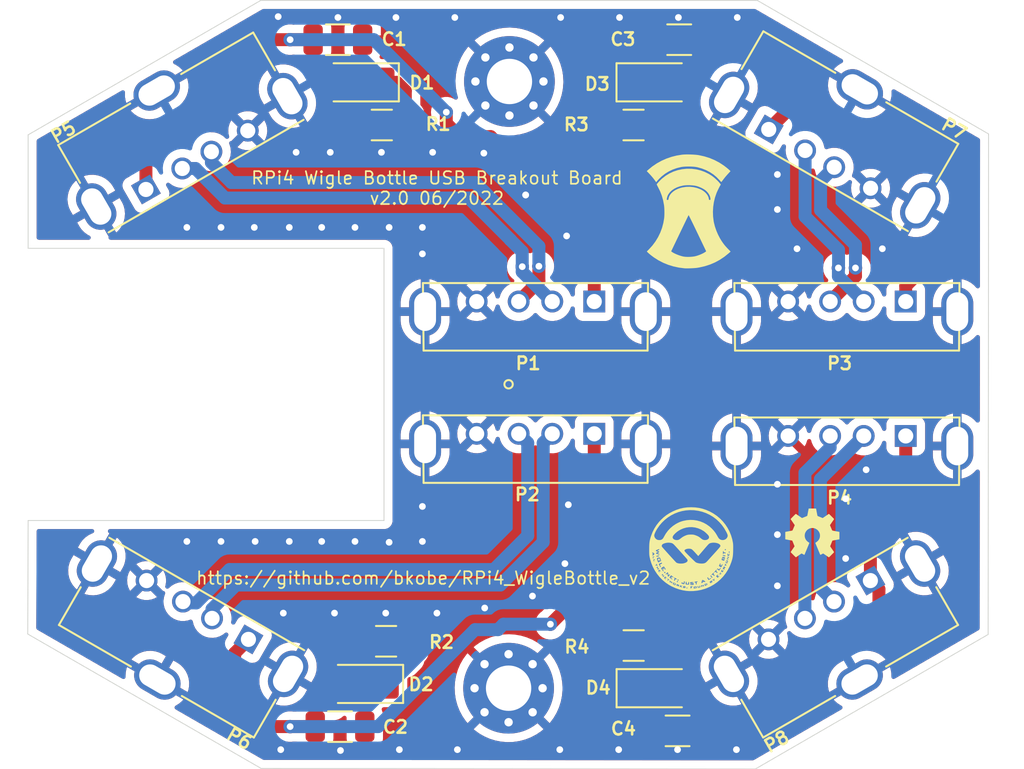
<source format=kicad_pcb>
(kicad_pcb (version 20211014) (generator pcbnew)
  (layers (0 "F.Cu" signal) (31 "B.Cu" signal) (34 "B.Paste" user) (35 "F.Paste" user) (36 "B.SilkS" user "B.Silkscreen") (37 "F.SilkS" user "F.Silkscreen") (38 "B.Mask" user) (39 "F.Mask" user) (44 "Edge.Cuts" user))
  (net 0 "")
  (net 1 "GND")
  (net 2 "Net-(D1-Pad1)")
  (net 3 "Net-(D2-Pad1)")
  (net 4 "Net-(D3-Pad1)")
  (net 5 "Net-(D4-Pad1)")
  (net 6 "/VBUS_1")
  (net 7 "/VBUS_2")
  (net 8 "/VBUS_3")
  (net 9 "/VBUS_4")
  (net 10 "/USB1_P")
  (net 11 "/USB1_N")
  (net 12 "/USB2_P")
  (net 13 "/USB2_N")
  (net 14 "/USB3_P")
  (net 15 "/USB3_N")
  (net 16 "/USB4_P")
  (net 17 "/USB4_N")
  (footprint "LED_SMD:LED_1206_3216Metric" (layer "F.Cu") (at 72.26 81.026 180)
    (fp_text reference "D1" (at -3.658251 -0.024749) (layer "F.SilkS") (effects (font (size 0.75 0.75))))
    (fp_text value "VBus1" hide)
    (pad "1" smd roundrect locked (at -1.4 0 180) (size 1.25 1.75) (layers "F.Cu" "F.Paste" "F.Mask") (roundrect_rratio 0.2) (net 2 "Net-(D1-Pad1)"))
    (pad "2" smd roundrect locked (at 1.4 0 180) (size 1.25 1.75) (layers "F.Cu" "F.Paste" "F.Mask") (roundrect_rratio 0.2) (net 6 "/VBUS_1"))
  )
  (footprint "LED_SMD:LED_1206_3216Metric" (layer "F.Cu") (at 72.514 116.84 180)
    (fp_text reference "D2" (at -3.353451 -0.026051) (layer "F.SilkS") (effects (font (size 0.75 0.75))))
    (fp_text value "VBus2" hide)
    (pad "1" smd roundrect locked (at -1.4 0 180) (size 1.25 1.75) (layers "F.Cu" "F.Paste" "F.Mask") (roundrect_rratio 0.2) (net 3 "Net-(D2-Pad1)"))
    (pad "2" smd roundrect locked (at 1.4 0 180) (size 1.25 1.75) (layers "F.Cu" "F.Paste" "F.Mask") (roundrect_rratio 0.2) (net 7 "/VBUS_2"))
  )
  (footprint "LED_SMD:LED_1206_3216Metric" (layer "F.Cu") (at 89.786 81.026)
    (fp_text reference "D3" (at -3.429651 0.100949) (layer "F.SilkS") (effects (font (size 0.75 0.75))))
    (fp_text value "VBus3" hide)
    (pad "1" smd roundrect locked (at -1.4 0) (size 1.25 1.75) (layers "F.Cu" "F.Paste" "F.Mask") (roundrect_rratio 0.2) (net 4 "Net-(D3-Pad1)"))
    (pad "2" smd roundrect locked (at 1.4 0) (size 1.25 1.75) (layers "F.Cu" "F.Paste" "F.Mask") (roundrect_rratio 0.2) (net 8 "/VBUS_3"))
  )
  (footprint "LED_SMD:LED_1206_3216Metric" (layer "F.Cu") (at 89.792 117.094)
    (fp_text reference "D4" (at -3.3812 -0.0254) (layer "F.SilkS") (effects (font (size 0.75 0.75))))
    (fp_text value "VBus4" hide)
    (pad "1" smd roundrect locked (at -1.4 0) (size 1.25 1.75) (layers "F.Cu" "F.Paste" "F.Mask") (roundrect_rratio 0.2) (net 5 "Net-(D4-Pad1)"))
    (pad "2" smd roundrect locked (at 1.4 0) (size 1.25 1.75) (layers "F.Cu" "F.Paste" "F.Mask") (roundrect_rratio 0.2) (net 9 "/VBUS_4"))
  )
  (footprint "Connector_USB:USB_A_Molex_105057_Vertical" (layer "F.Cu") (at 61.5188 83.9216 30)
    (fp_text reference "P5" (at -6.054107 -3.41377 30) (layer "F.SilkS") (effects (font (size 0.75 0.75))))
    (fp_text value "USB_A_5")
    (pad "1" thru_hole rect locked (at -3.5 2 30) (size 1.3 1.3) (drill 0.9) (layers *.Cu *.Mask) (net 6 "/VBUS_1"))
    (pad "2" thru_hole circle locked (at -1 2 30) (size 1.3 1.3) (drill 0.9) (layers *.Cu *.Mask) (net 11 "/USB1_N"))
    (pad "3" thru_hole circle locked (at 1 2 30) (size 1.3 1.3) (drill 0.9) (layers *.Cu *.Mask) (net 10 "/USB1_P"))
    (pad "4" thru_hole circle locked (at 3.5 2 30) (size 1.3 1.3) (drill 0.9) (layers *.Cu *.Mask) (net 1 "GND"))
    (pad "5" thru_hole oval locked (at 6.57 1.4 30) (size 1.9 2.9) (drill oval 1.3 2.3) (layers *.Cu *.Mask) (net 1 "GND"))
    (pad "5" thru_hole oval locked (at 0 -2.78 120) (size 1.9 2.9) (drill oval 1.3 2.3) (layers *.Cu *.Mask) (net 1 "GND"))
    (pad "5" thru_hole oval locked (at -6.57 1.4 210) (size 1.9 2.9) (drill oval 1.3 2.3) (layers *.Cu *.Mask) (net 1 "GND"))
  )
  (footprint "Connector_USB:USB_A_Molex_105057_Vertical" (layer "F.Cu") (at 100.584 114.169781 -150)
    (fp_text reference "P8" (at 6.125949 -3.508805 30) (layer "F.SilkS") (effects (font (size 0.75 0.75))))
    (fp_text value "USB_A_8")
    (pad "1" thru_hole rect locked (at -3.5 2 210) (size 1.3 1.3) (drill 0.9) (layers *.Cu *.Mask) (net 9 "/VBUS_4"))
    (pad "2" thru_hole circle locked (at -1 2 210) (size 1.3 1.3) (drill 0.9) (layers *.Cu *.Mask) (net 17 "/USB4_N"))
    (pad "3" thru_hole circle locked (at 1 2 210) (size 1.3 1.3) (drill 0.9) (layers *.Cu *.Mask) (net 16 "/USB4_P"))
    (pad "4" thru_hole circle locked (at 3.5 2 210) (size 1.3 1.3) (drill 0.9) (layers *.Cu *.Mask) (net 1 "GND"))
    (pad "5" thru_hole oval locked (at 0 -2.78 300) (size 1.9 2.9) (drill oval 1.3 2.3) (layers *.Cu *.Mask) (net 1 "GND"))
    (pad "5" thru_hole oval locked (at 6.57 1.4 210) (size 1.9 2.9) (drill oval 1.3 2.3) (layers *.Cu *.Mask) (net 1 "GND"))
    (pad "5" thru_hole oval locked (at -6.57 1.4 30) (size 1.9 2.9) (drill oval 1.3 2.3) (layers *.Cu *.Mask) (net 1 "GND"))
  )
  (footprint "Resistor_SMD:R_1206_3216Metric" (layer "F.Cu") (at 73.53 83.566 180)
    (fp_text reference "R1" (at -3.353451 0.051451) (layer "F.SilkS") (effects (font (size 0.75 0.75))))
    (fp_text value "1k" hide)
    (pad "1" smd roundrect locked (at -1.4 0 180) (size 1.25 1.75) (layers "F.Cu" "F.Paste" "F.Mask") (roundrect_rratio 0.2) (net 2 "Net-(D1-Pad1)"))
    (pad "2" smd roundrect locked (at 1.4 0 180) (size 1.25 1.75) (layers "F.Cu" "F.Paste" "F.Mask") (roundrect_rratio 0.2) (net 1 "GND"))
  )
  (footprint "Resistor_SMD:R_1206_3216Metric" (layer "F.Cu") (at 73.784 114.3 180)
    (fp_text reference "R2" (at -3.302 -0.0508) (layer "F.SilkS") (effects (font (size 0.75 0.75))))
    (fp_text value "1k" hide)
    (pad "1" smd roundrect locked (at -1.4 0 180) (size 1.25 1.75) (layers "F.Cu" "F.Paste" "F.Mask") (roundrect_rratio 0.2) (net 3 "Net-(D2-Pad1)"))
    (pad "2" smd roundrect locked (at 1.4 0 180) (size 1.25 1.75) (layers "F.Cu" "F.Paste" "F.Mask") (roundrect_rratio 0.2) (net 1 "GND"))
  )
  (footprint "Resistor_SMD:R_1206_3216Metric" (layer "F.Cu") (at 88.516 83.566)
    (fp_text reference "R3" (at -3.404251 -0.026051) (layer "F.SilkS") (effects (font (size 0.75 0.75))))
    (fp_text value "1k" hide)
    (pad "1" smd roundrect locked (at -1.4 0) (size 1.25 1.75) (layers "F.Cu" "F.Paste" "F.Mask") (roundrect_rratio 0.2) (net 4 "Net-(D3-Pad1)"))
    (pad "2" smd roundrect locked (at 1.4 0) (size 1.25 1.75) (layers "F.Cu" "F.Paste" "F.Mask") (roundrect_rratio 0.2) (net 1 "GND"))
  )
  (footprint "Resistor_SMD:R_1206_3216Metric" (layer "F.Cu") (at 88.522 114.554)
    (fp_text reference "R4" (at -3.3782 0.0762) (layer "F.SilkS") (effects (font (size 0.75 0.75))))
    (fp_text value "1k" hide)
    (pad "1" smd roundrect locked (at -1.4 0) (size 1.25 1.75) (layers "F.Cu" "F.Paste" "F.Mask") (roundrect_rratio 0.2) (net 5 "Net-(D4-Pad1)"))
    (pad "2" smd roundrect locked (at 1.4 0) (size 1.25 1.75) (layers "F.Cu" "F.Paste" "F.Mask") (roundrect_rratio 0.2) (net 1 "GND"))
  )
  (footprint "Connector_USB:USB_A_Molex_0480370001_Vertical" (layer "F.Cu") (at 86.177 101.949 180)
    (fp_text reference "P2" (at 3.9826 -3.6134) (layer "F.SilkS") (effects (font (size 0.75 0.75))))
    (fp_text value "USB_A_2" hide)
    (pad "1" thru_hole rect (at 0 0 180) (size 1.3 1.3) (drill 0.9) (layers *.Cu *.Mask) (net 7 "/VBUS_2"))
    (pad "2" thru_hole circle (at 2.5 0 180) (size 1.3 1.3) (drill 0.9) (layers *.Cu *.Mask) (net 13 "/USB2_N"))
    (pad "3" thru_hole circle (at 4.5 0 180) (size 1.3 1.3) (drill 0.9) (layers *.Cu *.Mask) (net 12 "/USB2_P"))
    (pad "4" thru_hole circle (at 7 0 180) (size 1.3 1.3) (drill 0.9) (layers *.Cu *.Mask) (net 1 "GND"))
    (pad "5" thru_hole oval (at 10.07 -0.6 180) (size 1.9 2.9) (drill oval 1.3 2.3) (layers *.Cu *.Mask) (net 1 "GND"))
    (pad "5" thru_hole oval (at -3.07 -0.6) (size 1.9 2.9) (drill oval 1.3 2.3) (layers *.Cu *.Mask) (net 1 "GND"))
  )
  (footprint "Connector_USB:USB_A_Molex_0480370001_Vertical" (layer "F.Cu") (at 86.177 94.075 180)
    (fp_text reference "P1" (at 3.937 -3.683) (layer "F.SilkS") (effects (font (size 0.75 0.75))))
    (fp_text value "USB_A_1" hide)
    (pad "1" thru_hole rect (at 0 0 180) (size 1.3 1.3) (drill 0.9) (layers *.Cu *.Mask) (net 6 "/VBUS_1"))
    (pad "2" thru_hole circle (at 2.5 0 180) (size 1.3 1.3) (drill 0.9) (layers *.Cu *.Mask) (net 11 "/USB1_N"))
    (pad "3" thru_hole circle (at 4.5 0 180) (size 1.3 1.3) (drill 0.9) (layers *.Cu *.Mask) (net 10 "/USB1_P"))
    (pad "4" thru_hole circle (at 7 0 180) (size 1.3 1.3) (drill 0.9) (layers *.Cu *.Mask) (net 1 "GND"))
    (pad "5" thru_hole oval (at -3.07 -0.6) (size 1.9 2.9) (drill oval 1.3 2.3) (layers *.Cu *.Mask) (net 1 "GND"))
    (pad "5" thru_hole oval (at 10.07 -0.6 180) (size 1.9 2.9) (drill oval 1.3 2.3) (layers *.Cu *.Mask) (net 1 "GND"))
  )
  (footprint "Connector_USB:USB_A_Molex_0480370001_Vertical" (layer "F.Cu") (at 104.719 102.076 180)
    (fp_text reference "P4" (at 3.937 -3.683) (layer "F.SilkS") (effects (font (size 0.75 0.75))))
    (fp_text value "USB_A_4" hide)
    (pad "1" thru_hole rect (at 0 0 180) (size 1.3 1.3) (drill 0.9) (layers *.Cu *.Mask) (net 9 "/VBUS_4"))
    (pad "2" thru_hole circle (at 2.5 0 180) (size 1.3 1.3) (drill 0.9) (layers *.Cu *.Mask) (net 17 "/USB4_N"))
    (pad "3" thru_hole circle (at 4.5 0 180) (size 1.3 1.3) (drill 0.9) (layers *.Cu *.Mask) (net 16 "/USB4_P"))
    (pad "4" thru_hole circle (at 7 0 180) (size 1.3 1.3) (drill 0.9) (layers *.Cu *.Mask) (net 1 "GND"))
    (pad "5" thru_hole oval (at -3.07 -0.6) (size 1.9 2.9) (drill oval 1.3 2.3) (layers *.Cu *.Mask) (net 1 "GND"))
    (pad "5" thru_hole oval (at 10.07 -0.6 180) (size 1.9 2.9) (drill oval 1.3 2.3) (layers *.Cu *.Mask) (net 1 "GND"))
  )
  (footprint "Connector_USB:USB_A_Molex_0480370001_Vertical" (layer "F.Cu") (at 104.719 94.075 180)
    (fp_text reference "P3" (at 3.937 -3.683) (layer "F.SilkS") (effects (font (size 0.75 0.75))))
    (fp_text value "USB_A_3" hide)
    (pad "1" thru_hole rect (at 0 0 180) (size 1.3 1.3) (drill 0.9) (layers *.Cu *.Mask) (net 8 "/VBUS_3"))
    (pad "2" thru_hole circle (at 2.5 0 180) (size 1.3 1.3) (drill 0.9) (layers *.Cu *.Mask) (net 15 "/USB3_N"))
    (pad "3" thru_hole circle (at 4.5 0 180) (size 1.3 1.3) (drill 0.9) (layers *.Cu *.Mask) (net 14 "/USB3_P"))
    (pad "4" thru_hole circle (at 7 0 180) (size 1.3 1.3) (drill 0.9) (layers *.Cu *.Mask) (net 1 "GND"))
    (pad "5" thru_hole oval (at -3.07 -0.6) (size 1.9 2.9) (drill oval 1.3 2.3) (layers *.Cu *.Mask) (net 1 "GND"))
    (pad "5" thru_hole oval (at 10.07 -0.6 180) (size 1.9 2.9) (drill oval 1.3 2.3) (layers *.Cu *.Mask) (net 1 "GND"))
  )
  (footprint "Connector_USB:USB_A_Molex_105057_Vertical" (layer "F.Cu") (at 61.5589 114.169781 150)
    (fp_text reference "P6" (at -5.992447 -3.39086 150) (layer "F.SilkS") (effects (font (size 0.75 0.75))))
    (fp_text value "USB_A_6")
    (pad "1" thru_hole rect locked (at -3.5 2 150) (size 1.3 1.3) (drill 0.9) (layers *.Cu *.Mask) (net 7 "/VBUS_2"))
    (pad "2" thru_hole circle locked (at -1 2 150) (size 1.3 1.3) (drill 0.9) (layers *.Cu *.Mask) (net 13 "/USB2_N"))
    (pad "3" thru_hole circle locked (at 1 2 150) (size 1.3 1.3) (drill 0.9) (layers *.Cu *.Mask) (net 12 "/USB2_P"))
    (pad "4" thru_hole circle locked (at 3.5 2 150) (size 1.3 1.3) (drill 0.9) (layers *.Cu *.Mask) (net 1 "GND"))
    (pad "5" thru_hole oval locked (at 0 -2.78 240) (size 1.9 2.9) (drill oval 1.3 2.3) (layers *.Cu *.Mask) (net 1 "GND"))
    (pad "5" thru_hole oval locked (at -6.57 1.4 330) (size 1.9 2.9) (drill oval 1.3 2.3) (layers *.Cu *.Mask) (net 1 "GND"))
    (pad "5" thru_hole oval locked (at 6.57 1.4 150) (size 1.9 2.9) (drill oval 1.3 2.3) (layers *.Cu *.Mask) (net 1 "GND"))
  )
  (footprint "Connector_USB:USB_A_Molex_105057_Vertical" (layer "F.Cu") (at 100.5947 83.84862 -30)
    (fp_text reference "P7" (at 6.046329 -3.549676 150) (layer "F.SilkS") (effects (font (size 0.75 0.75))))
    (fp_text value "USB_A_7")
    (pad "1" thru_hole rect locked (at -3.5 2 330) (size 1.3 1.3) (drill 0.9) (layers *.Cu *.Mask) (net 8 "/VBUS_3"))
    (pad "2" thru_hole circle locked (at -1 2 330) (size 1.3 1.3) (drill 0.9) (layers *.Cu *.Mask) (net 15 "/USB3_N"))
    (pad "3" thru_hole circle locked (at 1 2 330) (size 1.3 1.3) (drill 0.9) (layers *.Cu *.Mask) (net 14 "/USB3_P"))
    (pad "4" thru_hole circle locked (at 3.5 2 330) (size 1.3 1.3) (drill 0.9) (layers *.Cu *.Mask) (net 1 "GND"))
    (pad "5" thru_hole oval locked (at -6.57 1.4 150) (size 1.9 2.9) (drill oval 1.3 2.3) (layers *.Cu *.Mask) (net 1 "GND"))
    (pad "5" thru_hole oval locked (at 6.57 1.4 330) (size 1.9 2.9) (drill oval 1.3 2.3) (layers *.Cu *.Mask) (net 1 "GND"))
    (pad "5" thru_hole oval locked (at 0 -2.78 60) (size 1.9 2.9) (drill oval 1.3 2.3) (layers *.Cu *.Mask) (net 1 "GND"))
  )
  (footprint "MountingHole:MountingHole_2.7mm_Pad_Via" (layer "F.Cu") (at 81.1276 80.9752)
    (fp_text reference "M3" hide)
    (fp_text value "M2.5" hide)
    (pad "1" thru_hole circle locked (at 1.431891 -1.431891) (size 0.8 0.8) (drill 0.5) (layers *.Cu *.Mask) (net 1 "GND"))
    (pad "1" thru_hole circle locked (at 1.431891 1.431891) (size 0.8 0.8) (drill 0.5) (layers *.Cu *.Mask) (net 1 "GND"))
    (pad "1" thru_hole circle locked (at 2.025 0) (size 0.8 0.8) (drill 0.5) (layers *.Cu *.Mask) (net 1 "GND"))
    (pad "1" thru_hole circle locked (at 0 2.025) (size 0.8 0.8) (drill 0.5) (layers *.Cu *.Mask) (net 1 "GND"))
    (pad "1" thru_hole circle locked (at -2.025 0) (size 0.8 0.8) (drill 0.5) (layers *.Cu *.Mask) (net 1 "GND"))
    (pad "1" thru_hole circle locked (at -1.431891 -1.431891) (size 0.8 0.8) (drill 0.5) (layers *.Cu *.Mask) (net 1 "GND"))
    (pad "1" thru_hole circle locked (at 0 0) (size 5.4 5.4) (drill 2.7) (layers *.Cu *.Mask) (net 1 "GND"))
    (pad "1" thru_hole circle locked (at -1.431891 1.431891) (size 0.8 0.8) (drill 0.5) (layers *.Cu *.Mask) (net 1 "GND"))
    (pad "1" thru_hole circle locked (at 0 -2.025) (size 0.8 0.8) (drill 0.5) (layers *.Cu *.Mask) (net 1 "GND"))
  )
  (footprint "MountingHole:MountingHole_2.7mm_Pad_Via" (layer "F.Cu") (at 81.0768 117.094)
    (fp_text reference "M4" hide)
    (fp_text value "M2.5" hide)
    (pad "1" thru_hole circle locked (at -1.431891 1.431891) (size 0.8 0.8) (drill 0.5) (layers *.Cu *.Mask) (net 1 "GND"))
    (pad "1" thru_hole circle locked (at 0 2.025) (size 0.8 0.8) (drill 0.5) (layers *.Cu *.Mask) (net 1 "GND"))
    (pad "1" thru_hole circle locked (at -2.025 0) (size 0.8 0.8) (drill 0.5) (layers *.Cu *.Mask) (net 1 "GND"))
    (pad "1" thru_hole circle locked (at -1.431891 -1.431891) (size 0.8 0.8) (drill 0.5) (layers *.Cu *.Mask) (net 1 "GND"))
    (pad "1" thru_hole circle locked (at 2.025 0) (size 0.8 0.8) (drill 0.5) (layers *.Cu *.Mask) (net 1 "GND"))
    (pad "1" thru_hole circle locked (at 1.431891 -1.431891) (size 0.8 0.8) (drill 0.5) (layers *.Cu *.Mask) (net 1 "GND"))
    (pad "1" thru_hole circle locked (at 0 0) (size 5.4 5.4) (drill 2.7) (layers *.Cu *.Mask) (net 1 "GND"))
    (pad "1" thru_hole circle locked (at 0 -2.025) (size 0.8 0.8) (drill 0.5) (layers *.Cu *.Mask) (net 1 "GND"))
    (pad "1" thru_hole circle locked (at 1.431891 1.431891) (size 0.8 0.8) (drill 0.5) (layers *.Cu *.Mask) (net 1 "GND"))
  )
  (footprint "Capacitor_SMD:C_1206_3216Metric" (layer "F.Cu") (at 70.915 78.486)
    (fp_text reference "C1" (at 3.3528 -0.0254) (layer "F.SilkS") (effects (font (size 0.75 0.75))))
    (fp_text value "100n" hide)
    (pad "1" smd roundrect (at -1.475 0) (size 1.15 1.8) (layers "F.Cu" "F.Paste" "F.Mask") (roundrect_rratio 0.2173913043) (net 6 "/VBUS_1"))
    (pad "2" smd roundrect (at 1.475 0) (size 1.15 1.8) (layers "F.Cu" "F.Paste" "F.Mask") (roundrect_rratio 0.2173913043) (net 1 "GND"))
  )
  (footprint "LOGO" (layer "F.Cu") (at 91.7956 88.6968)
    (fp_text reference "G***" hide)
    (fp_text value "LOGO" hide)
  )
  (footprint "LOGO" (layer "F.Cu") (at 91.948 108.8136)
    (fp_text reference "G***" hide)
    (fp_text value "LOGO" hide)
  )
  (footprint "Capacitor_SMD:C_1206_3216Metric" (layer "F.Cu") (at 71.042 119.38)
    (fp_text reference "C2" (at 3.300417 0.023817) (layer "F.SilkS") (effects (font (size 0.75 0.75))))
    (fp_text value "100n" hide)
    (pad "1" smd roundrect (at -1.475 0) (size 1.15 1.8) (layers "F.Cu" "F.Paste" "F.Mask") (roundrect_rratio 0.2173913043) (net 7 "/VBUS_2"))
    (pad "2" smd roundrect (at 1.475 0) (size 1.15 1.8) (layers "F.Cu" "F.Paste" "F.Mask") (roundrect_rratio 0.2173913043) (net 1 "GND"))
  )
  (footprint "LOGO" (layer "F.Cu") (at 99.1616 107.8484)
    (fp_text reference "G***" hide)
    (fp_text value "LOGO" hide)
  )
  (footprint "Capacitor_SMD:C_1206_3216Metric" (layer "F.Cu") (at 91.235 78.486 180)
    (fp_text reference "C3" (at 3.351217 0.023817) (layer "F.SilkS") (effects (font (size 0.75 0.75))))
    (fp_text value "100n" hide)
    (pad "1" smd roundrect (at -1.475 0 180) (size 1.15 1.8) (layers "F.Cu" "F.Paste" "F.Mask") (roundrect_rratio 0.2173913043) (net 8 "/VBUS_3"))
    (pad "2" smd roundrect (at 1.475 0 180) (size 1.15 1.8) (layers "F.Cu" "F.Paste" "F.Mask") (roundrect_rratio 0.2173913043) (net 1 "GND"))
  )
  (footprint "Capacitor_SMD:C_1206_3216Metric" (layer "F.Cu") (at 91.137 119.634 180)
    (fp_text reference "C4" (at 3.224 0.127) (layer "F.SilkS") (effects (font (size 0.75 0.75))))
    (fp_text value "100n" hide)
    (pad "1" smd roundrect (at -1.475 0 180) (size 1.15 1.8) (layers "F.Cu" "F.Paste" "F.Mask") (roundrect_rratio 0.2173913043) (net 9 "/VBUS_4"))
    (pad "2" smd roundrect (at 1.475 0 180) (size 1.15 1.8) (layers "F.Cu" "F.Paste" "F.Mask") (roundrect_rratio 0.2173913043) (net 1 "GND"))
  )
  (gr_circle (center 81.0768 99) (end 81.3268 99) (layer "F.SilkS") (width 0.12) (fill none))
  (gr_line (start 52.4764 90.9066) (end 52.4764 84.1502) (layer "Edge.Cuts") (width 0.05))
  (gr_line (start 109.6518 84.0994) (end 109.6518 84.1756) (layer "Edge.Cuts") (width 0.05))
  (gr_line (start 52.4764 84.1502) (end 66.3194 76.1492) (layer "Edge.Cuts") (width 0.05))
  (gr_line (start 66.3194 76.1492) (end 95.885 76.1492) (layer "Edge.Cuts") (width 0.05))
  (gr_line (start 52.451 113.8682) (end 52.4764 107.1118) (layer "Edge.Cuts") (width 0.05))
  (gr_line (start 109.6518 84.1756) (end 109.6264 113.8936) (layer "Edge.Cuts") (width 0.05))
  (gr_line (start 73.66 90.9066) (end 52.4764 90.9066) (layer "Edge.Cuts") (width 0.05))
  (gr_line (start 109.6264 113.8936) (end 95.7834 121.8946) (layer "Edge.Cuts") (width 0.05))
  (gr_line (start 95.7834 121.8946) (end 66.3448 121.8692) (layer "Edge.Cuts") (width 0.05))
  (gr_line (start 73.66 107.1118) (end 73.66 90.9066) (layer "Edge.Cuts") (width 0.05))
  (gr_line (start 95.885 76.1492) (end 109.6518 84.0994) (layer "Edge.Cuts") (width 0.05))
  (gr_line (start 66.3448 121.8692) (end 52.451 113.8682) (layer "Edge.Cuts") (width 0.05))
  (gr_line (start 52.4764 107.1118) (end 73.66 107.1118) (layer "Edge.Cuts") (width 0.05))
  (gr_text "https://github.com/bkobe/RPi4_WigleBottle_v2" (at 75.9968 110.5408) (layer "F.SilkS") (effects (font (size 0.75 0.75) (thickness 0.1))))
  (gr_text "RPi4 Wigle Bottle USB Breakout Board\nv2.0 06/2022" (at 76.8096 87.3252) (layer "F.SilkS") (effects (font (size 0.75 0.75) (thickness 0.1))))
  (via (at 97.0788 110.998) (size 0.8) (drill 0.4) (layers "F.Cu" "B.Cu") (net 1))
  (via (at 67.3608 77.1144) (size 0.8) (drill 0.4) (layers "F.Cu" "B.Cu") (net 1))
  (via (at 73.9648 108.4072) (size 0.8) (drill 0.4) (layers "F.Cu" "B.Cu") (net 1))
  (via (at 76.5556 85.1916) (size 0.8) (drill 0.4) (layers "F.Cu" "B.Cu") (net 1))
  (via (at 71.0692 120.8024) (size 0.8) (drill 0.4) (layers "F.Cu" "B.Cu") (net 1))
  (via (at 91.1352 120.7516) (size 0.8) (drill 0.4) (layers "F.Cu" "B.Cu") (net 1))
  (via (at 61.9252 89.662) (size 0.8) (drill 0.4) (layers "F.Cu" "B.Cu") (net 1))
  (via (at 70.4596 85.1916) (size 0.8) (drill 0.4) (layers "F.Cu" "B.Cu") (net 1))
  (via (at 75.946 89.662) (size 0.8) (drill 0.4) (layers "F.Cu" "B.Cu") (net 1))
  (via (at 97.0788 104.9528) (size 0.8) (drill 0.4) (layers "F.Cu" "B.Cu") (net 1))
  (via (at 91.186 77.1652) (size 0.8) (drill 0.4) (layers "F.Cu" "B.Cu") (net 1))
  (via (at 74.3712 77.1652) (size 0.8) (drill 0.4) (layers "F.Cu" "B.Cu") (net 1))
  (via (at 79.6036 85.2424) (size 0.8) (drill 0.4) (layers "F.Cu" "B.Cu") (net 1))
  (via (at 84.1248 120.7516) (size 0.8) (drill 0.4) (layers "F.Cu" "B.Cu") (net 1))
  (via (at 94.6912 77.1652) (size 0.8) (drill 0.4) (layers "F.Cu" "B.Cu") (net 1))
  (via (at 84.6328 106.172) (size 0.8) (drill 0.4) (layers "F.Cu" "B.Cu") (net 1))
  (via (at 68.4276 85.1916) (size 0.8) (drill 0.4) (layers "F.Cu" "B.Cu") (net 1))
  (via (at 76.8096 112.6236) (size 0.8) (drill 0.4) (layers "F.Cu" "B.Cu") (net 1))
  (via (at 67.6656 112.6236) (size 0.8) (drill 0.4) (layers "F.Cu" "B.Cu") (net 1))
  (via (at 75.946 108.3564) (size 0.8) (drill 0.4) (layers "F.Cu" "B.Cu") (net 1))
  (via (at 77.8764 77.1652) (size 0.8) (drill 0.4) (layers "F.Cu" "B.Cu") (net 1))
  (via (at 94.6404 120.7516) (size 0.8) (drill 0.4) (layers "F.Cu" "B.Cu") (net 1))
  (via (at 70.9168 77.1652) (size 0.8) (drill 0.4) (layers "F.Cu" "B.Cu") (net 1))
  (via (at 84.4296 109.6772) (size 0.8) (drill 0.4) (layers "F.Cu" "B.Cu") (net 1))
  (via (at 79.6544 112.3188) (size 0.8) (drill 0.4) (layers "F.Cu" "B.Cu") (net 1))
  (via (at 82.0928 87.7316) (size 0.8) (drill 0.4) (layers "F.Cu" "B.Cu") (net 1))
  (via (at 63.9572 89.662) (size 0.8) (drill 0.4) (layers "F.Cu" "B.Cu") (net 1))
  (via (at 73.5076 85.1916) (size 0.8) (drill 0.4) (layers "F.Cu" "B.Cu") (net 1))
  (via (at 98.2472 90.932) (size 0.8) (drill 0.4) (layers "F.Cu" "B.Cu") (net 1))
  (via (at 68.0212 89.662) (size 0.8) (drill 0.4) (layers "F.Cu" "B.Cu") (net 1))
  (via (at 87.6808 77.1652) (size 0.8) (drill 0.4) (layers "F.Cu" "B.Cu") (net 1))
  (via (at 71.9328 89.662) (size 0.8) (drill 0.4) (layers "F.Cu" "B.Cu") (net 1))
  (via (at 84.5312 90.17) (size 0.8) (drill 0.4) (layers "F.Cu" "B.Cu") (net 1))
  (via (at 75.946 91.2368) (size 0.8) (drill 0.4) (layers "F.Cu" "B.Cu") (net 1))
  (via (at 70.7136 112.6236) (size 0.8) (drill 0.4) (layers "F.Cu" "B.Cu") (net 1))
  (via (at 87.63 120.7516) (size 0.8) (drill 0.4) (layers "F.Cu" "B.Cu") (net 1))
  (via (at 75.946 106.2736) (size 0.8) (drill 0.4) (layers "F.Cu" "B.Cu") (net 1))
  (via (at 97.0788 86.5124) (size 0.8) (drill 0.4) (layers "F.Cu" "B.Cu") (net 1))
  (via (at 101.1428 105.8164) (size 0.8) (drill 0.4) (layers "F.Cu" "B.Cu") (net 1))
  (via (at 78.0288 120.7516) (size 0.8) (drill 0.4) (layers "F.Cu" "B.Cu") (net 1))
  (via (at 82.0928 87.7316) (size 0.8) (drill 0.4) (layers "F.Cu" "B.Cu") (net 1))
  (via (at 67.5132 120.7516) (size 0.8) (drill 0.4) (layers "F.Cu" "B.Cu") (net 1))
  (via (at 63.9572 108.3564) (size 0.8) (drill 0.4) (layers "F.Cu" "B.Cu") (net 1))
  (via (at 69.9516 89.662) (size 0.8) (drill 0.4) (layers "F.Cu" "B.Cu") (net 1))
  (via (at 97.0788 88.5952) (size 0.8) (drill 0.4) (layers "F.Cu" "B.Cu") (net 1))
  (via (at 73.7616 112.6236) (size 0.8) (drill 0.4) (layers "F.Cu" "B.Cu") (net 1))
  (via (at 73.9648 89.662) (size 0.8) (drill 0.4) (layers "F.Cu" "B.Cu") (net 1))
  (via (at 102.362 104.0892) (size 0.8) (drill 0.4) (layers "F.Cu" "B.Cu") (net 1))
  (via (at 71.9328 108.3564) (size 0.8) (drill 0.4) (layers "F.Cu" "B.Cu") (net 1))
  (via (at 84.1756 77.1652) (size 0.8) (drill 0.4) (layers "F.Cu" "B.Cu") (net 1))
  (via (at 101.1428 109.3724) (size 0.8) (drill 0.4) (layers "F.Cu" "B.Cu") (net 1))
  (via (at 65.9892 108.3564) (size 0.8) (drill 0.4) (layers "F.Cu" "B.Cu") (net 1))
  (via (at 69.9516 108.3564) (size 0.8) (drill 0.4) (layers "F.Cu" "B.Cu") (net 1))
  (via (at 65.9384 89.662) (size 0.8) (drill 0.4) (layers "F.Cu" "B.Cu") (net 1))
  (via (at 68.0212 108.3564) (size 0.8) (drill 0.4) (layers "F.Cu" "B.Cu") (net 1))
  (via (at 82.4992 111.6076) (size 0.8) (drill 0.4) (layers "F.Cu" "B.Cu") (net 1))
  (via (at 74.5744 120.7516) (size 0.8) (drill 0.4) (layers "F.Cu" "B.Cu") (net 1))
  (via (at 97.0788 107.95) (size 0.8) (drill 0.4) (layers "F.Cu" "B.Cu") (net 1))
  (via (at 103.3272 90.932) (size 0.8) (drill 0.4) (layers "F.Cu" "B.Cu") (net 1))
  (via (at 61.9252 108.3564) (size 0.8) (drill 0.4) (layers "F.Cu" "B.Cu") (net 1))
  (segment (start 73.66 81.026) (end 74.422 81.026) (width 0.77) (layer "F.Cu") (net 2))
  (segment (start 74.93 81.534) (end 74.93 83.566) (width 0.77) (layer "F.Cu") (net 2))
  (segment (start 74.422 81.026) (end 74.93 81.534) (width 0.77) (layer "F.Cu") (net 2))
  (segment (start 75.184 115.316) (end 75.184 114.3) (width 0.77) (layer "F.Cu") (net 3))
  (segment (start 73.914 115.824) (end 74.168 115.57) (width 0.77) (layer "F.Cu") (net 3))
  (segment (start 73.914 116.84) (end 73.914 115.824) (width 0.77) (layer "F.Cu") (net 3))
  (segment (start 74.93 115.57) (end 75.184 115.316) (width 0.77) (layer "F.Cu") (net 3))
  (segment (start 74.168 115.57) (end 74.93 115.57) (width 0.77) (layer "F.Cu") (net 3))
  (segment (start 87.63 81.026) (end 87.116 81.54) (width 0.77) (layer "F.Cu") (net 4))
  (segment (start 88.386 81.026) (end 87.63 81.026) (width 0.77) (layer "F.Cu") (net 4))
  (segment (start 87.116 81.54) (end 87.116 83.566) (width 0.77) (layer "F.Cu") (net 4))
  (segment (start 87.122 115.316) (end 87.122 114.554) (width 0.77) (layer "F.Cu") (net 5))
  (segment (start 88.392 116.078) (end 88.138 115.824) (width 0.77) (layer "F.Cu") (net 5))
  (segment (start 88.138 115.824) (end 87.63 115.824) (width 0.77) (layer "F.Cu") (net 5))
  (segment (start 88.392 117.094) (end 88.392 116.078) (width 0.77) (layer "F.Cu") (net 5))
  (segment (start 87.63 115.824) (end 87.122 115.316) (width 0.77) (layer "F.Cu") (net 5))
  (segment (start 64.77 80.01) (end 66.294 78.486) (width 0.77) (layer "F.Cu") (net 6))
  (segment (start 86.177 94.075) (end 86.177 90.42349) (width 0.77) (layer "F.Cu") (net 6))
  (segment (start 61.468 83.312) (end 62.484 83.312) (width 0.77) (layer "F.Cu") (net 6))
  (segment (start 59.487711 85.292289) (end 61.468 83.312) (width 0.77) (layer "F.Cu") (net 6))
  (segment (start 59.487711 87.403651) (end 59.487711 85.292289) (width 0.77) (layer "F.Cu") (net 6))
  (segment (start 66.294 78.486) (end 69.44 78.486) (width 0.77) (layer "F.Cu") (net 6))
  (segment (start 80.011399 84.257889) (end 78.161889 84.257889) (width 0.77) (layer "F.Cu") (net 6))
  (segment (start 70.104 81.026) (end 70.86 81.026) (width 0.77) (layer "F.Cu") (net 6))
  (segment (start 69.44 78.486) (end 69.44 80.362) (width 0.77) (layer "F.Cu") (net 6))
  (segment (start 78.161889 84.257889) (end 77.3684 83.4644) (width 0.77) (layer "F.Cu") (net 6))
  (segment (start 64.77 81.026) (end 64.77 80.01) (width 0.77) (layer "F.Cu") (net 6))
  (segment (start 62.484 83.312) (end 64.77 81.026) (width 0.77) (layer "F.Cu") (net 6))
  (segment (start 69.44 80.362) (end 70.104 81.026) (width 0.77) (layer "F.Cu") (net 6))
  (segment (start 77.3684 83.4644) (end 77.3684 82.804) (width 0.77) (layer "F.Cu") (net 6))
  (segment (start 86.177 90.42349) (end 80.011399 84.257889) (width 0.77) (layer "F.Cu") (net 6))
  (via (at 68.072 78.486) (size 0.8) (drill 0.4) (layers "F.Cu" "B.Cu") (net 6))
  (via (at 77.3684 82.804) (size 0.8) (drill 0.4) (layers "F.Cu" "B.Cu") (net 6))
  (segment (start 73.0504 78.486) (end 68.072 78.486) (width 0.77) (layer "B.Cu") (net 6))
  (segment (start 77.3684 82.804) (end 73.0504 78.486) (width 0.77) (layer "B.Cu") (net 6))
  (segment (start 86.177 101.949) (end 86.177 110.673) (width 0.77) (layer "F.Cu") (net 7))
  (segment (start 69.567 119.38) (end 66.802 119.38) (width 0.77) (layer "F.Cu") (net 7))
  (segment (start 70.612 118.11) (end 71.114 117.608) (width 0.77) (layer "F.Cu") (net 7))
  (segment (start 64.77 115.007719) (end 65.589989 114.18773) (width 0.77) (layer "F.Cu") (net 7))
  (segment (start 69.567 118.393) (end 69.85 118.11) (width 0.77) (layer "F.Cu") (net 7))
  (segment (start 66.802 119.38) (end 64.77 117.348) (width 0.77) (layer "F.Cu") (net 7))
  (segment (start 71.114 117.608) (end 71.114 116.84) (width 0.77) (layer "F.Cu") (net 7))
  (segment (start 69.85 118.11) (end 70.612 118.11) (width 0.77) (layer "F.Cu") (net 7))
  (segment (start 64.77 117.348) (end 64.77 115.007719) (width 0.77) (layer "F.Cu") (net 7))
  (segment (start 69.567 119.38) (end 69.567 118.393) (width 0.77) (layer "F.Cu") (net 7))
  (segment (start 86.177 110.673) (end 83.566 113.284) (width 0.77) (layer "F.Cu") (net 7))
  (via (at 68.072 119.38) (size 0.8) (drill 0.4) (layers "F.Cu" "B.Cu") (net 7))
  (via (at 83.566 113.284) (size 0.8) (drill 0.4) (layers "F.Cu" "B.Cu") (net 7))
  (segment (start 80.772 113.284) (end 80.447889 113.608111) (width 0.77) (layer "B.Cu") (net 7))
  (segment (start 80.447889 113.608111) (end 79.076289 113.608111) (width 0.77) (layer "B.Cu") (net 7))
  (segment (start 73.3044 119.38) (end 68.072 119.38) (width 0.77) (layer "B.Cu") (net 7))
  (segment (start 83.566 113.284) (end 80.772 113.284) (width 0.77) (layer "B.Cu") (net 7))
  (segment (start 79.076289 113.608111) (end 73.3044 119.38) (width 0.77) (layer "B.Cu") (net 7))
  (segment (start 94.742 78.486) (end 98.298 82.042) (width 0.77) (layer "F.Cu") (net 8))
  (segment (start 104.719 93.147) (end 104.719 94.075) (width 0.77) (layer "F.Cu") (net 8))
  (segment (start 103.124 85.09) (end 105.918 85.09) (width 0.77) (layer "F.Cu") (net 8))
  (segment (start 92.71 78.486) (end 94.742 78.486) (width 0.77) (layer "F.Cu") (net 8))
  (segment (start 107.696 86.868) (end 107.696 90.17) (width 0.77) (layer "F.Cu") (net 8))
  (segment (start 92.71 80.264) (end 92.71 78.486) (width 0.77) (layer "F.Cu") (net 8))
  (segment (start 91.948 81.026) (end 92.71 80.264) (width 0.77) (layer "F.Cu") (net 8))
  (segment (start 99.822 83.566) (end 101.6 83.566) (width 0.77) (layer "F.Cu") (net 8))
  (segment (start 107.696 90.17) (end 104.719 93.147) (width 0.77) (layer "F.Cu") (net 8))
  (segment (start 98.298 82.096282) (end 98.298 82.042) (width 0.77) (layer "F.Cu") (net 8))
  (segment (start 91.186 81.026) (end 91.948 81.026) (width 0.77) (layer "F.Cu") (net 8))
  (segment (start 101.6 83.566) (end 103.124 85.09) (width 0.77) (layer "F.Cu") (net 8))
  (segment (start 98.298 82.042) (end 99.822 83.566) (width 0.77) (layer "F.Cu") (net 8))
  (segment (start 96.563611 83.830671) (end 98.298 82.096282) (width 0.77) (layer "F.Cu") (net 8))
  (segment (start 105.918 85.09) (end 107.696 86.868) (width 0.77) (layer "F.Cu") (net 8))
  (segment (start 96.012 119.634) (end 98.298 117.348) (width 0.77) (layer "F.Cu") (net 9))
  (segment (start 103.124 111.196641) (end 102.615089 110.68773) (width 0.77) (layer "F.Cu") (net 9))
  (segment (start 104.719 102.076) (end 104.719 105.847) (width 0.77) (layer "F.Cu") (net 9))
  (segment (start 101.6 114.3) (end 103.124 112.776) (width 0.77) (layer "F.Cu") (net 9))
  (segment (start 92.612 119.634) (end 92.612 118.774) (width 0.77) (layer "F.Cu") (net 9))
  (segment (start 91.192 118.116) (end 91.192 117.094) (width 0.77) (layer "F.Cu") (net 9))
  (segment (start 100.076 114.3) (end 101.6 114.3) (width 0.77) (layer "F.Cu") (net 9))
  (segment (start 92.612 118.774) (end 92.202 118.364) (width 0.77) (layer "F.Cu") (net 9))
  (segment (start 92.202 118.364) (end 91.44 118.364) (width 0.77) (layer "F.Cu") (net 9))
  (segment (start 98.298 116.078) (end 100.076 114.3) (width 0.77) (layer "F.Cu") (net 9))
  (segment (start 91.44 118.364) (end 91.192 118.116) (width 0.77) (layer "F.Cu") (net 9))
  (segment (start 92.612 119.634) (end 96.012 119.634) (width 0.77) (layer "F.Cu") (net 9))
  (segment (start 98.298 117.348) (end 98.298 116.078) (width 0.77) (layer "F.Cu") (net 9))
  (segment (start 103.124 112.776) (end 103.124 111.196641) (width 0.77) (layer "F.Cu") (net 9))
  (segment (start 104.719 105.847) (end 102.615089 107.950911) (width 0.77) (layer "F.Cu") (net 9))
  (segment (start 102.615089 107.950911) (end 102.615089 110.68773) (width 0.77) (layer "F.Cu") (net 9))
  (segment (start 82.8802 91.9734) (end 82.8802 92.8718) (width 0.77) (layer "F.Cu") (net 10))
  (segment (start 82.8802 92.8718) (end 81.677 94.075) (width 0.77) (layer "F.Cu") (net 10))
  (via (at 82.8802 91.9734) (size 0.8) (drill 0.4) (layers "F.Cu" "B.Cu") (net 10))
  (segment (start 63.384825 85.153651) (end 63.384825 85.798335) (width 0.77) (layer "B.Cu") (net 10))
  (segment (start 82.8802 90.787764) (end 82.8802 91.9734) (width 0.77) (layer "B.Cu") (net 10))
  (segment (start 79.083436 86.991) (end 82.8802 90.787764) (width 0.77) (layer "B.Cu") (net 10))
  (segment (start 63.384825 85.798335) (end 64.57749 86.991) (width 0.77) (layer "B.Cu") (net 10))
  (segment (start 64.57749 86.991) (end 79.083436 86.991) (width 0.77) (layer "B.Cu") (net 10))
  (via (at 81.8896 91.9988) (size 0.8) (drill 0.4) (layers "F.Cu" "B.Cu") (net 11))
  (segment (start 81.8896 92.307793) (end 83.656807 94.075) (width 0.77) (layer "B.Cu") (net 11))
  (segment (start 83.656807 94.075) (end 83.677 94.075) (width 0.77) (layer "B.Cu") (net 11))
  (segment (start 81.8896 91.1098) (end 81.8896 91.948) (width 0.77) (layer "B.Cu") (net 11))
  (segment (start 81.182482 90.402682) (end 81.8896 91.1098) (width 0.77) (layer "B.Cu") (net 11))
  (segment (start 81.8896 91.948) (end 81.8896 92.307793) (width 0.77) (layer "B.Cu") (net 11))
  (segment (start 62.436349 86.153651) (end 64.196098 87.9134) (width 0.77) (layer "B.Cu") (net 11))
  (segment (start 83.677 94.075) (end 83.677 93.964) (width 0.77) (layer "B.Cu") (net 11))
  (segment (start 78.701364 87.9134) (end 81.182482 90.394518) (width 0.77) (layer "B.Cu") (net 11))
  (segment (start 81.182482 90.394518) (end 81.182482 90.402682) (width 0.77) (layer "B.Cu") (net 11))
  (segment (start 61.652775 86.153651) (end 62.436349 86.153651) (width 0.77) (layer "B.Cu") (net 11))
  (segment (start 64.196098 87.9134) (end 78.701364 87.9134) (width 0.77) (layer "B.Cu") (net 11))
  (segment (start 81.677 101.949) (end 82.2158 102.4878) (width 0.77) (layer "B.Cu") (net 12))
  (segment (start 82.2158 102.4878) (end 82.2158 108.012964) (width 0.77) (layer "B.Cu") (net 12))
  (segment (start 61.769145 112.014) (end 61.692875 111.93773) (width 0.77) (layer "B.Cu") (net 12))
  (segment (start 62.484 112.014) (end 61.769145 112.014) (width 0.77) (layer "B.Cu") (net 12))
  (segment (start 64.4692 110.0288) (end 62.484 112.014) (width 0.77) (layer "B.Cu") (net 12))
  (segment (start 82.2158 108.012964) (end 80.199964 110.0288) (width 0.77) (layer "B.Cu") (net 12))
  (segment (start 80.199964 110.0288) (end 64.4692 110.0288) (width 0.77) (layer "B.Cu") (net 12))
  (segment (start 63.424925 112.376867) (end 63.424925 112.93773) (width 0.77) (layer "B.Cu") (net 13))
  (segment (start 64.850592 110.9512) (end 63.424925 112.376867) (width 0.77) (layer "B.Cu") (net 13))
  (segment (start 83.1382 108.395036) (end 80.582036 110.9512) (width 0.77) (layer "B.Cu") (net 13))
  (segment (start 83.1382 102.4878) (end 83.1382 108.395036) (width 0.77) (layer "B.Cu") (net 13))
  (segment (start 83.677 101.949) (end 83.1382 102.4878) (width 0.77) (layer "B.Cu") (net 13))
  (segment (start 80.582036 110.9512) (end 64.850592 110.9512) (width 0.77) (layer "B.Cu") (net 13))
  (segment (start 101.727 92.567) (end 101.727 92.075) (width 0.77) (layer "F.Cu") (net 14))
  (segment (start 100.219 94.075) (end 100.235 94.075) (width 0.77) (layer "F.Cu") (net 14))
  (segment (start 100.219 94.075) (end 101.727 92.567) (width 0.77) (layer "F.Cu") (net 14))
  (segment (start 100.219 94.075) (end 100.289993 94.075) (width 0.77) (layer "F.Cu") (net 14))
  (via (at 101.727 92.075) (size 0.8) (drill 0.4) (layers "F.Cu" "B.Cu") (net 14))
  (segment (start 99.651075 86.890321) (end 99.651075 88.635639) (width 0.77) (layer "B.Cu") (net 14))
  (segment (start 101.727 90.711564) (end 101.727 92.075) (width 0.77) (layer "B.Cu") (net 14))
  (segment (start 100.460725 86.080671) (end 99.651075 86.890321) (width 0.77) (layer "B.Cu") (net 14))
  (segment (start 99.651075 88.635639) (end 101.727 90.711564) (width 0.77) (layer "B.Cu") (net 14))
  (via (at 100.711 92.075) (size 0.8) (drill 0.4) (layers "F.Cu" "B.Cu") (net 15))
  (segment (start 100.711 92.567) (end 102.219 94.075) (width 0.77) (layer "B.Cu") (net 15))
  (segment (start 100.720025 92.065975) (end 100.711 92.075) (width 0.77) (layer "B.Cu") (net 15))
  (segment (start 98.728675 85.080671) (end 98.728675 89.017711) (width 0.77) (layer "B.Cu") (net 15))
  (segment (start 100.720025 91.009061) (end 100.720025 92.065975) (width 0.77) (layer "B.Cu") (net 15))
  (segment (start 98.728675 89.017711) (end 100.720025 91.009061) (width 0.77) (layer "B.Cu") (net 15))
  (segment (start 100.711 92.075) (end 100.711 92.567) (width 0.77) (layer "B.Cu") (net 15))
  (segment (start 98.717975 104.272554) (end 98.717975 112.93773) (width 0.77) (layer "B.Cu") (net 16))
  (segment (start 100.219 102.771529) (end 98.717975 104.272554) (width 0.77) (layer "B.Cu") (net 16))
  (segment (start 100.219 102.076) (end 100.219 102.771529) (width 0.77) (layer "B.Cu") (net 16))
  (segment (start 99.640375 111.12808) (end 100.450025 111.93773) (width 0.77) (layer "B.Cu") (net 17))
  (segment (start 99.640375 104.654625) (end 99.640375 111.12808) (width 0.77) (layer "B.Cu") (net 17))
  (segment (start 102.219 102.076) (end 99.640375 104.654625) (width 0.77) (layer "B.Cu") (net 17))
  (zone (net 1) (net_name "GND") (layer "F.Cu") (connect_pads (clearance 0.508)) (min_thickness 0.254) (fill yes (thermal_gap 0.508) (thermal_bridge_width 0.508))
    (polygon (pts (xy 111.76 121.92) (xy 50.8 121.92) (xy 50.8 76.2) (xy 111.76 76.2)))
  )
  (zone (net 1) (net_name "GND") (layer "B.Cu") (connect_pads (clearance 0.508)) (min_thickness 0.254) (fill yes (thermal_gap 0.508) (thermal_bridge_width 0.508))
    (polygon (pts (xy 111.76 121.92) (xy 50.8 121.92) (xy 50.8 76.2) (xy 111.76 76.2)))
  )
)
</source>
